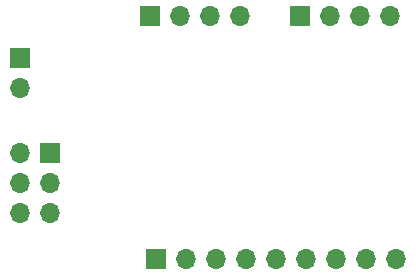
<source format=gbs>
%TF.GenerationSoftware,KiCad,Pcbnew,5.1.10-88a1d61d58~88~ubuntu20.04.1*%
%TF.CreationDate,2021-06-25T21:15:04-07:00*%
%TF.ProjectId,BACEE,42414345-452e-46b6-9963-61645f706362,1*%
%TF.SameCoordinates,Original*%
%TF.FileFunction,Soldermask,Bot*%
%TF.FilePolarity,Negative*%
%FSLAX46Y46*%
G04 Gerber Fmt 4.6, Leading zero omitted, Abs format (unit mm)*
G04 Created by KiCad (PCBNEW 5.1.10-88a1d61d58~88~ubuntu20.04.1) date 2021-06-25 21:15:04*
%MOMM*%
%LPD*%
G01*
G04 APERTURE LIST*
%ADD10R,1.700000X1.700000*%
%ADD11O,1.700000X1.700000*%
G04 APERTURE END LIST*
D10*
%TO.C,BT1-3.3V*%
X68961000Y-100076000D03*
D11*
X68961000Y-102616000D03*
%TD*%
D10*
%TO.C,J1*%
X80010000Y-96520000D03*
D11*
X82550000Y-96520000D03*
X85090000Y-96520000D03*
X87630000Y-96520000D03*
%TD*%
D10*
%TO.C,J2*%
X80518000Y-117094000D03*
D11*
X83058000Y-117094000D03*
X85598000Y-117094000D03*
X88138000Y-117094000D03*
X90678000Y-117094000D03*
X93218000Y-117094000D03*
X95758000Y-117094000D03*
X98298000Y-117094000D03*
X100838000Y-117094000D03*
%TD*%
%TO.C,J3*%
X100330000Y-96520000D03*
X97790000Y-96520000D03*
X95250000Y-96520000D03*
D10*
X92710000Y-96520000D03*
%TD*%
%TO.C,J4*%
X71501000Y-108087000D03*
D11*
X68961000Y-108087000D03*
X71501000Y-110627000D03*
X68961000Y-110627000D03*
X71501000Y-113167000D03*
X68961000Y-113167000D03*
%TD*%
M02*

</source>
